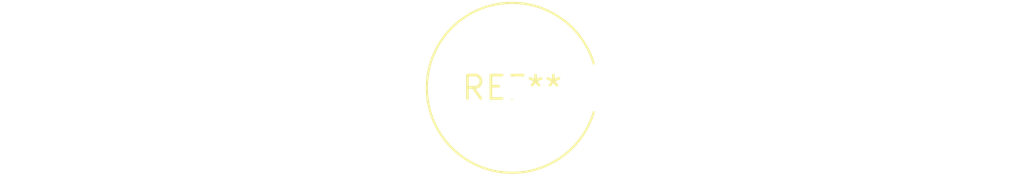
<source format=kicad_pcb>
(kicad_pcb (version 20240108) (generator pcbnew)
  (layers (0 "F.Cu" signal) (31 "B.Cu" signal) (34 "B.Paste" user) (35 "F.Paste" user) (36 "B.SilkS" user "B.Silkscreen") (37 "F.SilkS" user "F.Silkscreen") (38 "B.Mask" user) (39 "F.Mask" user) (44 "Edge.Cuts" user))
  (net 0 "")
  (footprint "L_Axial_L26.0mm_D9.0mm_P5.08mm_Vertical_Fastron_77A" (layer "F.Cu") (at 0 0)
    (property "Reference" "REF**")
    (property "Value" "L_Axial_L26.0mm_D9.0mm_P5.08mm_Vertical_Fastron_77A")
    (fp_arc (start 4.427415 1.32) (mid -4.62 0) (end 4.427415 -1.32) (layer "F.SilkS") (stroke (width 0.12)))
    (pad "1" thru_hole circle (at 0 0) (size 2.4 2.4) (drill 1.2) (layers *.Cu *.Mask) (remove_unused_layers))
    (pad "2" thru_hole oval (at 5.08 0) (size 2.4 2.4) (drill 1.2) (layers *.Cu *.Mask) (remove_unused_layers))
  )
)
</source>
